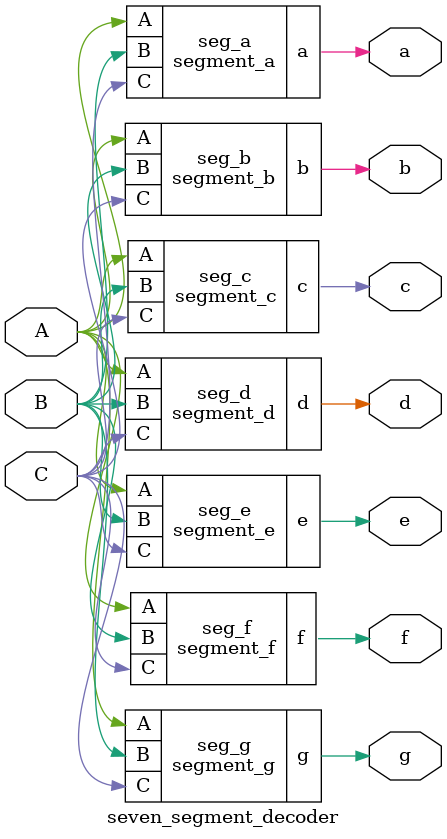
<source format=sv>
`timescale 1ns / 1ps

module segment_a(input A, B, C, output a);
  assign a = B | (A & C) | (~A & ~C);
endmodule

module segment_b(input A, B, C, output b);
    assign b = ~A | (B & C) | (~B & ~C);
endmodule

module segment_c(input A, B, C, output c);
    assign c = A | C | ~B;
endmodule

module segment_d(input A, B, C, output d);
    assign d = (~A & (B | ~C)) | (B & ~C) | (A & ~B & C);
endmodule

module segment_e(input A, B, C, output e);
    assign e = ~C & (B | ~A);
endmodule

module segment_f(input A, B, C, output f);
    assign f = (~C & (A | ~B)) | (A & ~B);
endmodule

module segment_g(input A, B, C, output g);
    assign g = (A & ~C) | (A ^ B);
endmodule

// Top-level 7-segment decoder module
module seven_segment_decoder(input A, B, C, output a, b, c, d, e, f, g);
    segment_a seg_a(.A(A), .B(B), .C(C), .a(a));
    segment_b seg_b(.A(A), .B(B), .C(C), .b(b));
    segment_c seg_c(.A(A), .B(B), .C(C), .c(c));
    segment_d seg_d(.A(A), .B(B), .C(C), .d(d));
    segment_e seg_e(.A(A), .B(B), .C(C), .e(e));
    segment_f seg_f(.A(A), .B(B), .C(C), .f(f));
    segment_g seg_g(.A(A), .B(B), .C(C), .g(g));
endmodule

</source>
